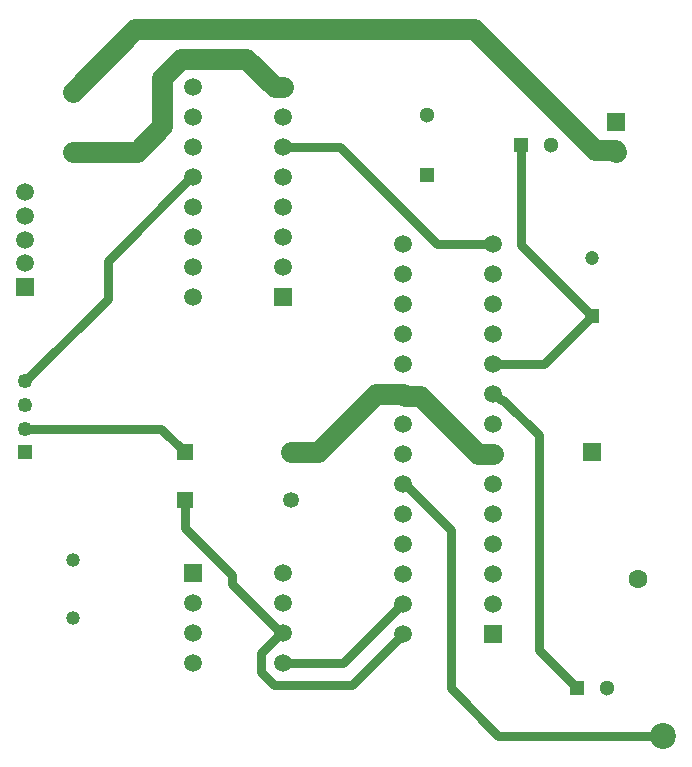
<source format=gbl>
G04*
G04 #@! TF.GenerationSoftware,Altium Limited,Altium Designer,22.8.2 (66)*
G04*
G04 Layer_Physical_Order=2*
G04 Layer_Color=16711680*
%FSLAX25Y25*%
%MOIN*%
G70*
G04*
G04 #@! TF.SameCoordinates,1DA06848-B02D-40B0-91E6-948BEBB4C5FF*
G04*
G04*
G04 #@! TF.FilePolarity,Positive*
G04*
G01*
G75*
%ADD19C,0.08661*%
%ADD26R,0.06299X0.06299*%
%ADD27C,0.06299*%
%ADD30C,0.05118*%
%ADD31R,0.05118X0.05118*%
%ADD34C,0.03150*%
%ADD35C,0.07087*%
%ADD37C,0.04921*%
%ADD38R,0.04921X0.04921*%
%ADD39C,0.05906*%
%ADD40R,0.05906X0.05906*%
%ADD41C,0.06102*%
%ADD42R,0.06102X0.06102*%
%ADD43R,0.05315X0.05315*%
%ADD44C,0.05315*%
%ADD45R,0.05906X0.05906*%
%ADD46C,0.04693*%
%ADD47R,0.05118X0.05118*%
%ADD48R,0.04724X0.04724*%
%ADD49C,0.04724*%
D19*
X472441Y228346D02*
D03*
D26*
X448819Y322835D02*
D03*
D27*
X463976Y280709D02*
D03*
D30*
X453819Y244094D02*
D03*
X393701Y435197D02*
D03*
X275590Y443071D02*
D03*
X435197Y425197D02*
D03*
D31*
X393701Y415197D02*
D03*
X275590Y423071D02*
D03*
D34*
X396890Y392205D02*
X415827D01*
X345709Y424449D02*
X364646D01*
X396890Y392205D01*
X287350Y373965D02*
Y386669D01*
X315130Y414449D01*
X315709D01*
X259842Y346457D02*
X287350Y373965D01*
X431002Y256911D02*
Y328443D01*
Y256911D02*
X443819Y244094D01*
X419170Y340276D02*
X431002Y328443D01*
X418502Y340276D02*
X419170D01*
X416573Y342205D02*
X418502Y340276D01*
X415827Y342205D02*
X416573D01*
X417323Y228346D02*
X472441D01*
X401575Y244094D02*
X417323Y228346D01*
X401575Y244094D02*
Y297035D01*
X345419Y262717D02*
X345675Y262461D01*
X345419Y262717D02*
X345709D01*
X345130D02*
X345419D01*
X368858Y245236D02*
X385827Y262205D01*
X342610Y245236D02*
X368858D01*
X338228Y249618D02*
Y255815D01*
Y249618D02*
X342610Y245236D01*
X338228Y255815D02*
X345130Y262717D01*
X365760Y252716D02*
X385248Y272205D01*
X385827D01*
X345709Y252716D02*
X365760D01*
X385571Y262461D02*
X385827Y262205D01*
Y312205D02*
X386405D01*
X401575Y297035D01*
X415827Y352205D02*
X432677D01*
X448819Y368347D01*
X425197Y391968D02*
Y425197D01*
Y391968D02*
X448819Y368347D01*
X259842Y330709D02*
X305118D01*
X312992Y322835D01*
X345709Y384449D02*
X346454D01*
X385081Y362205D02*
X385827D01*
X345709Y394449D02*
X346287D01*
X345709Y404449D02*
X346287D01*
X345709Y414449D02*
X346287D01*
X314963Y374449D02*
X315709D01*
X314963Y384449D02*
X315709D01*
X259842Y393701D02*
X260216Y394075D01*
X315335D02*
X315709Y394449D01*
X314963Y404449D02*
X315709D01*
X312992Y297742D02*
X328756Y281978D01*
Y279091D02*
Y281978D01*
X312992Y297742D02*
Y307087D01*
X328756Y279091D02*
X345130Y262717D01*
D35*
X385827Y342205D02*
X386378Y341653D01*
X348425Y322835D02*
X357441D01*
X376811Y342205D02*
X385827D01*
X386378Y341653D02*
X391378D01*
X357441Y322835D02*
X376811Y342205D01*
X410827Y322205D02*
X415827D01*
X391378Y341653D02*
X410827Y322205D01*
X296457Y463937D02*
X409263D01*
X449676Y423524D01*
X456240D01*
X275590Y443071D02*
X296457Y463937D01*
X456240Y423524D02*
X456693Y423071D01*
X297087D02*
X305504Y431488D01*
Y447607D01*
X311795Y453898D02*
X333504D01*
X342953Y444449D01*
X345709D01*
X305504Y447607D02*
X311795Y453898D01*
X275590Y423071D02*
X297087D01*
D37*
X259842Y346457D02*
D03*
Y338583D02*
D03*
Y330709D02*
D03*
D38*
Y322835D02*
D03*
D39*
Y409449D02*
D03*
Y401575D02*
D03*
Y393701D02*
D03*
Y385827D02*
D03*
X345709Y252716D02*
D03*
Y262717D02*
D03*
Y272716D02*
D03*
Y282716D02*
D03*
X315709Y252716D02*
D03*
Y262717D02*
D03*
Y272716D02*
D03*
Y444449D02*
D03*
Y434449D02*
D03*
Y424449D02*
D03*
Y414449D02*
D03*
Y404449D02*
D03*
Y394449D02*
D03*
Y384449D02*
D03*
Y374449D02*
D03*
X345709Y444449D02*
D03*
Y434449D02*
D03*
Y424449D02*
D03*
Y414449D02*
D03*
Y404449D02*
D03*
Y394449D02*
D03*
Y384449D02*
D03*
X385827Y392205D02*
D03*
Y382205D02*
D03*
Y372205D02*
D03*
Y362205D02*
D03*
Y352205D02*
D03*
Y342205D02*
D03*
Y332205D02*
D03*
Y322205D02*
D03*
Y312205D02*
D03*
Y302205D02*
D03*
Y292205D02*
D03*
Y282205D02*
D03*
Y272205D02*
D03*
Y262205D02*
D03*
X415827Y392205D02*
D03*
Y382205D02*
D03*
Y372205D02*
D03*
Y362205D02*
D03*
Y352205D02*
D03*
Y342205D02*
D03*
Y332205D02*
D03*
Y322205D02*
D03*
Y312205D02*
D03*
Y302205D02*
D03*
Y292205D02*
D03*
Y282205D02*
D03*
Y272205D02*
D03*
D40*
X259842Y377953D02*
D03*
D41*
X456693Y423071D02*
D03*
D42*
Y433071D02*
D03*
D43*
X312992Y307087D02*
D03*
Y322835D02*
D03*
D44*
X348425Y307087D02*
D03*
Y322835D02*
D03*
D45*
X315709Y282716D02*
D03*
X345709Y374449D02*
D03*
X415827Y262205D02*
D03*
D46*
X275590Y267717D02*
D03*
Y286929D02*
D03*
D47*
X443819Y244094D02*
D03*
X425197Y425197D02*
D03*
D48*
X448819Y368347D02*
D03*
D49*
Y387559D02*
D03*
M02*

</source>
